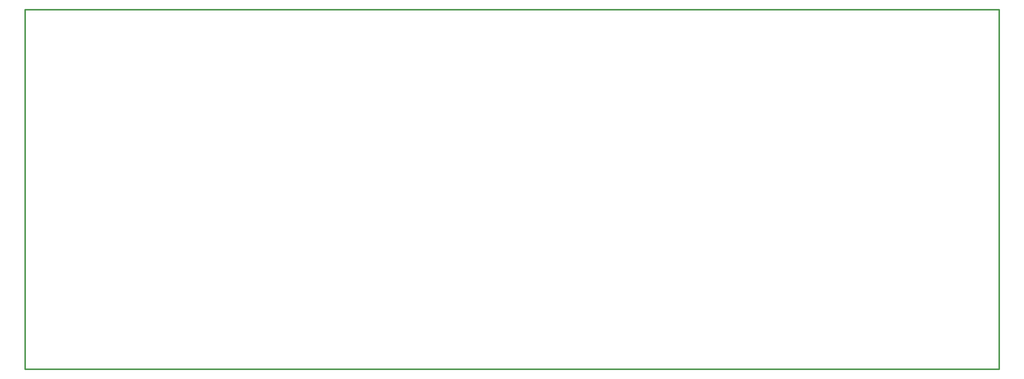
<source format=gbr>
G04 DesignSpark PCB Gerber Version 11.0 Build 5877*
G04 #@! TF.Part,Single*
%FSLAX35Y35*%
%MOIN*%
%ADD10C,0.01200*%
G04 #@! TD.AperFunction*
X0Y0D02*
D02*
D10*
X600Y600D02*
X865600D01*
Y320600D01*
X600D01*
Y600D01*
X0Y0D02*
M02*

</source>
